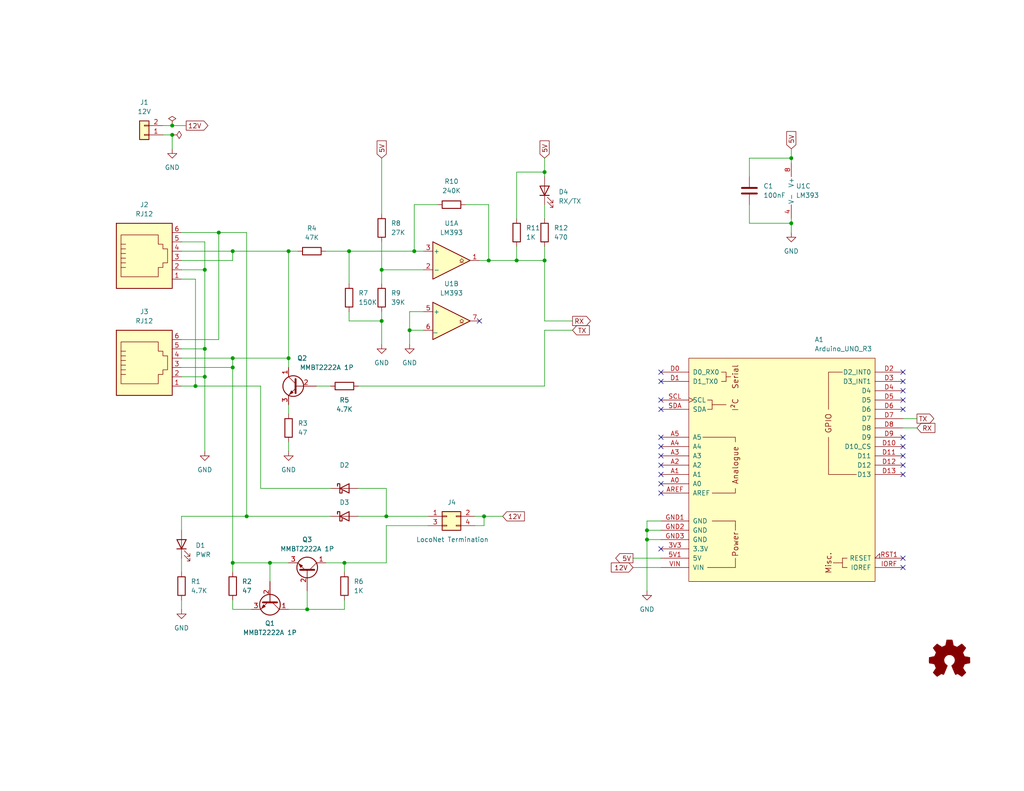
<source format=kicad_sch>
(kicad_sch (version 20211123) (generator eeschema)
  (paper "USLetter")
  (title_block (title "LocoNet Interface") (date "2022-02-14") (rev "A") (company "Wright Train Works"))
  (lib_symbols
    (symbol "Arduino:Arduino_Uno_Shield_WTW" (pin_names (offset 1.016))
      (property "Reference" "XA" (at 2.54 0 90))
      (property "Value" "Arduino_Uno_Shield_WTW" (at -2.54 0 90))
      (symbol "Arduino_Uno_Shield_WTW_0_0"
        (rectangle (start -25.4 30.48) (end 25.4 -30.48) (fill (type background)))
        (rectangle (start -20.32 -26.67) (end -12.7 -26.67))
        (rectangle (start -19.05 -13.97) (end -12.7 -13.97))
        (polyline (pts (xy -19.05 17.78) (xy -15.24 17.78)))
        (polyline (pts (xy -15.24 25.4) (xy -13.97 25.4)))
        (polyline (pts (xy -12.7 -26.67) (xy -12.7 -24.13)))
        (polyline (pts (xy -12.7 -15.24) (xy -12.7 -16.51)))
        (polyline (pts (xy -12.7 -13.97) (xy -12.7 -15.24)))
        (polyline (pts (xy -12.7 -5.08) (xy -12.7 -6.35) (xy -19.05 -6.35)))
        (polyline (pts (xy -12.7 7.62) (xy -12.7 8.89) (xy -21.59 8.89)))
        (polyline (pts (xy 12.7 8.89) (xy 12.7 -1.27) (xy 20.32 -1.27)))
        (polyline (pts (xy 12.7 16.51) (xy 12.7 26.67) (xy 16.51 26.67)))
        (polyline (pts (xy -20.32 19.05) (xy -19.05 19.05) (xy -19.05 16.51) (xy -20.32 16.51)))
        (polyline (pts (xy -16.51 26.67) (xy -15.24 26.67) (xy -15.24 24.13) (xy -16.51 24.13)))
        (rectangle (start 16.51 -25.4) (end 13.97 -25.4))
        (rectangle (start 16.51 -24.13) (end 16.51 -26.67))
        (rectangle (start 17.78 -26.67) (end 16.51 -26.67))
        (rectangle (start 17.78 -24.13) (end 16.51 -24.13))
        (text "Analogue" (at -12.7 1.27 900) (effects (font (size 1.524 1.524))))
        (text "I²C" (at -12.7 17.78 900) (effects (font (size 1.524 1.524))))
        (text "Misc." (at 12.7 -25.4 900) (effects (font (size 1.524 1.524))))
        (text "Power" (at -12.7 -20.32 900) (effects (font (size 1.524 1.524))))
        (text "Serial" (at -12.7 25.4 900) (effects (font (size 1.524 1.524))))
      )
      (symbol "Arduino_Uno_Shield_WTW_1_0"
        (text "GPIO" (at 12.7 12.7 900) (effects (font (size 1.524 1.524))))
      )
      (symbol "Arduino_Uno_Shield_WTW_1_1"
        (pin power_in line (at -33.02 -21.59 0) (length 7.62) (name "3.3V") (number "3V3"))
        (pin power_in line (at -33.02 -24.13 0) (length 7.62) (name "5V") (number "5V1"))
        (pin bidirectional line (at -33.02 -3.81 0) (length 7.62) (name "A0") (number "A0"))
        (pin bidirectional line (at -33.02 -1.27 0) (length 7.62) (name "A1") (number "A1"))
        (pin bidirectional line (at -33.02 1.27 0) (length 7.62) (name "A2") (number "A2"))
        (pin bidirectional line (at -33.02 3.81 0) (length 7.62) (name "A3") (number "A3"))
        (pin bidirectional line (at -33.02 6.35 0) (length 7.62) (name "A4") (number "A4"))
        (pin bidirectional line (at -33.02 8.89 0) (length 7.62) (name "A5") (number "A5"))
        (pin input line (at -33.02 -6.35 0) (length 7.62) (name "AREF") (number "AREF"))
        (pin bidirectional line (at -33.02 26.67 0) (length 7.62) (name "D0_RX0") (number "D0"))
        (pin bidirectional line (at -33.02 24.13 0) (length 7.62) (name "D1_TX0") (number "D1"))
        (pin bidirectional line (at 33.02 6.35 180) (length 7.62) (name "D10_CS") (number "D10"))
        (pin bidirectional line (at 33.02 3.81 180) (length 7.62) (name "D11") (number "D11"))
        (pin bidirectional line (at 33.02 1.27 180) (length 7.62) (name "D12") (number "D12"))
        (pin bidirectional line (at 33.02 -1.27 180) (length 7.62) (name "D13") (number "D13"))
        (pin bidirectional line (at 33.02 26.67 180) (length 7.62) (name "D2_INT0") (number "D2"))
        (pin bidirectional line (at 33.02 24.13 180) (length 7.62) (name "D3_INT1") (number "D3"))
        (pin bidirectional line (at 33.02 21.59 180) (length 7.62) (name "D4") (number "D4"))
        (pin bidirectional line (at 33.02 19.05 180) (length 7.62) (name "D5") (number "D5"))
        (pin bidirectional line (at 33.02 16.51 180) (length 7.62) (name "D6") (number "D6"))
        (pin bidirectional line (at 33.02 13.97 180) (length 7.62) (name "D7") (number "D7"))
        (pin bidirectional line (at 33.02 11.43 180) (length 7.62) (name "D8") (number "D8"))
        (pin bidirectional line (at 33.02 8.89 180) (length 7.62) (name "D9") (number "D9"))
        (pin power_in line (at -33.02 -13.97 0) (length 7.62) (name "GND") (number "GND1"))
        (pin power_in line (at -33.02 -16.51 0) (length 7.62) (name "GND") (number "GND2"))
        (pin power_in line (at -33.02 -19.05 0) (length 7.62) (name "GND") (number "GND3"))
        (pin output line (at 33.02 -26.67 180) (length 7.62) (name "IOREF") (number "IORF"))
        (pin open_collector input_low (at 33.02 -24.13 180) (length 7.62) (name "RESET") (number "RST1"))
        (pin bidirectional clock (at -33.02 19.05 0) (length 7.62) (name "SCL") (number "SCL"))
        (pin bidirectional line (at -33.02 16.51 0) (length 7.62) (name "SDA") (number "SDA"))
        (pin power_in line (at -33.02 -26.67 0) (length 7.62) (name "VIN") (number "VIN"))
      )
    )
    (symbol "Comparator:LM393" (pin_names (offset 0.127))
      (property "Reference" "U" (at 3.81 3.81 0))
      (property "Value" "LM393" (at 6.35 -3.81 0))
      (symbol "LM393_1_1"
        (polyline (pts (xy -5.08 5.08) (xy 5.08 0) (xy -5.08 -5.08) (xy -5.08 5.08)) (stroke (width 0.254)) (fill (type background)))
        (polyline (pts (xy 3.302 -0.508) (xy 2.794 -0.508) (xy 3.302 0) (xy 2.794 0.508) (xy 2.286 0) (xy 2.794 -0.508) (xy 2.286 -0.508)) (stroke (width 0.127)))
        (pin open_collector line (at 7.62 0 180) (length 2.54) (name "~") (number "1"))
        (pin input line (at -7.62 -2.54 0) (length 2.54) (name "-") (number "2"))
        (pin input line (at -7.62 2.54 0) (length 2.54) (name "+") (number "3"))
      )
      (symbol "LM393_2_1"
        (polyline (pts (xy -5.08 5.08) (xy 5.08 0) (xy -5.08 -5.08) (xy -5.08 5.08)) (stroke (width 0.254)) (fill (type background)))
        (polyline (pts (xy 3.302 -0.508) (xy 2.794 -0.508) (xy 3.302 0) (xy 2.794 0.508) (xy 2.286 0) (xy 2.794 -0.508) (xy 2.286 -0.508)) (stroke (width 0.127)))
        (pin input line (at -7.62 2.54 0) (length 2.54) (name "+") (number "5"))
        (pin input line (at -7.62 -2.54 0) (length 2.54) (name "_") (number "6"))
        (pin open_collector line (at 7.62 0 180) (length 2.54) (name "~") (number "7"))
      )
      (symbol "LM393_3_1"
        (pin power_in line (at -2.54 -7.62 90) (length 3.81) (name "V-") (number "4"))
        (pin power_in line (at -2.54 7.62 270) (length 3.81) (name "V+") (number "8"))
      )
    )
    (symbol "Connector:RJ12" (pin_names (offset 1.016))
      (property "Reference" "J" (at -5.08 11.43 0))
      (property "Value" "RJ12" (at 2.54 11.43 0))
      (symbol "RJ12_0_1"
        (polyline (pts (xy -6.35 -1.905) (xy -5.08 -1.905) (xy -5.08 -1.905)))
        (polyline (pts (xy -6.35 -0.635) (xy -5.08 -0.635) (xy -5.08 -0.635)))
        (polyline (pts (xy -6.35 0.635) (xy -5.08 0.635) (xy -5.08 0.635)))
        (polyline (pts (xy -6.35 1.905) (xy -5.08 1.905) (xy -5.08 1.905)))
        (polyline (pts (xy -6.35 3.175) (xy -5.08 3.175) (xy -5.08 3.175)))
        (polyline (pts (xy -5.08 4.445) (xy -6.35 4.445) (xy -6.35 4.445)))
        (polyline (pts (xy -6.35 -4.445) (xy -6.35 6.985) (xy 3.81 6.985) (xy 3.81 4.445) (xy 5.08 4.445) (xy 5.08 3.175) (xy 6.35 3.175) (xy 6.35 -0.635) (xy 5.08 -0.635) (xy 5.08 -1.905) (xy 3.81 -1.905) (xy 3.81 -4.445) (xy -6.35 -4.445) (xy -6.35 -4.445)))
        (rectangle (start 7.62 10.16) (end -7.62 -7.62) (stroke (width 0.254)) (fill (type background)))
      )
      (symbol "RJ12_1_1"
        (pin passive line (at 10.16 -5.08 180) (length 2.54) (name "~") (number "1"))
        (pin passive line (at 10.16 -2.54 180) (length 2.54) (name "~") (number "2"))
        (pin passive line (at 10.16 0 180) (length 2.54) (name "~") (number "3"))
        (pin passive line (at 10.16 2.54 180) (length 2.54) (name "~") (number "4"))
        (pin passive line (at 10.16 5.08 180) (length 2.54) (name "~") (number "5"))
        (pin passive line (at 10.16 7.62 180) (length 2.54) (name "~") (number "6"))
      )
    )
    (symbol "Connector_Generic:Conn_01x02" (pin_names (offset 1.016) hide)
      (property "Reference" "J" (at 0 2.54 0))
      (property "Value" "Conn_01x02" (at 0 -5.08 0))
      (symbol "Conn_01x02_1_1"
        (rectangle (start -1.27 -2.413) (end 0 -2.667) (stroke (width 0.1524)))
        (rectangle (start -1.27 0.127) (end 0 -0.127) (stroke (width 0.1524)))
        (rectangle (start -1.27 1.27) (end 1.27 -3.81) (stroke (width 0.254)) (fill (type background)))
        (pin passive line (at -5.08 0 0) (length 3.81) (name "Pin_1") (number "1"))
        (pin passive line (at -5.08 -2.54 0) (length 3.81) (name "Pin_2") (number "2"))
      )
    )
    (symbol "Connector_Generic:Conn_02x02_Odd_Even" (pin_names (offset 1.016) hide)
      (property "Reference" "J" (at 1.27 2.54 0))
      (property "Value" "Conn_02x02_Odd_Even" (at 1.27 -5.08 0))
      (symbol "Conn_02x02_Odd_Even_1_1"
        (rectangle (start -1.27 -2.413) (end 0 -2.667) (stroke (width 0.1524)))
        (rectangle (start -1.27 0.127) (end 0 -0.127) (stroke (width 0.1524)))
        (rectangle (start -1.27 1.27) (end 3.81 -3.81) (stroke (width 0.254)) (fill (type background)))
        (rectangle (start 3.81 -2.413) (end 2.54 -2.667) (stroke (width 0.1524)))
        (rectangle (start 3.81 0.127) (end 2.54 -0.127) (stroke (width 0.1524)))
        (pin passive line (at -5.08 0 0) (length 3.81) (name "Pin_1") (number "1"))
        (pin passive line (at 7.62 0 180) (length 3.81) (name "Pin_2") (number "2"))
        (pin passive line (at -5.08 -2.54 0) (length 3.81) (name "Pin_3") (number "3"))
        (pin passive line (at 7.62 -2.54 180) (length 3.81) (name "Pin_4") (number "4"))
      )
    )
    (symbol "Device:C" (pin_numbers hide) (pin_names (offset 0.254))
      (property "Reference" "C" (at 0.635 2.54 0))
      (property "Value" "C" (at 0.635 -2.54 0))
      (symbol "C_0_1"
        (polyline (pts (xy -2.032 -0.762) (xy 2.032 -0.762)) (stroke (width 0.508)))
        (polyline (pts (xy -2.032 0.762) (xy 2.032 0.762)) (stroke (width 0.508)))
      )
      (symbol "C_1_1"
        (pin passive line (at 0 3.81 270) (length 2.794) (name "~") (number "1"))
        (pin passive line (at 0 -3.81 90) (length 2.794) (name "~") (number "2"))
      )
    )
    (symbol "Device:D_Schottky" (pin_numbers hide) (pin_names (offset 1.016) hide)
      (property "Reference" "D" (at 0 2.54 0))
      (property "Value" "D_Schottky" (at 0 -2.54 0))
      (symbol "D_Schottky_0_1"
        (polyline (pts (xy 1.27 0) (xy -1.27 0)))
        (polyline (pts (xy 1.27 1.27) (xy 1.27 -1.27) (xy -1.27 0) (xy 1.27 1.27)) (stroke (width 0.254)))
        (polyline (pts (xy -1.905 0.635) (xy -1.905 1.27) (xy -1.27 1.27) (xy -1.27 -1.27) (xy -0.635 -1.27) (xy -0.635 -0.635)) (stroke (width 0.254)))
      )
      (symbol "D_Schottky_1_1"
        (pin passive line (at -3.81 0 0) (length 2.54) (name "K") (number "1"))
        (pin passive line (at 3.81 0 180) (length 2.54) (name "A") (number "2"))
      )
    )
    (symbol "Device:LED" (pin_numbers hide) (pin_names (offset 1.016) hide)
      (property "Reference" "D" (at 0 2.54 0))
      (property "Value" "LED" (at 0 -2.54 0))
      (symbol "LED_0_1"
        (polyline (pts (xy -1.27 -1.27) (xy -1.27 1.27)) (stroke (width 0.254)))
        (polyline (pts (xy -1.27 0) (xy 1.27 0)))
        (polyline (pts (xy 1.27 -1.27) (xy 1.27 1.27) (xy -1.27 0) (xy 1.27 -1.27)) (stroke (width 0.254)))
        (polyline (pts (xy -3.048 -0.762) (xy -4.572 -2.286) (xy -3.81 -2.286) (xy -4.572 -2.286) (xy -4.572 -1.524)))
        (polyline (pts (xy -1.778 -0.762) (xy -3.302 -2.286) (xy -2.54 -2.286) (xy -3.302 -2.286) (xy -3.302 -1.524)))
      )
      (symbol "LED_1_1"
        (pin passive line (at -3.81 0 0) (length 2.54) (name "K") (number "1"))
        (pin passive line (at 3.81 0 180) (length 2.54) (name "A") (number "2"))
      )
    )
    (symbol "Device:Q_NPN_CBE" (pin_names (offset 0) hide)
      (property "Reference" "Q" (at 5.08 1.27 0))
      (property "Value" "Q_NPN_CBE" (at 5.08 -1.27 0))
      (symbol "Q_NPN_CBE_0_1"
        (polyline (pts (xy 0.635 0.635) (xy 2.54 2.54)))
        (polyline (pts (xy 0.635 -0.635) (xy 2.54 -2.54) (xy 2.54 -2.54)))
        (polyline (pts (xy 0.635 1.905) (xy 0.635 -1.905) (xy 0.635 -1.905)) (stroke (width 0.508)))
        (polyline (pts (xy 1.27 -1.778) (xy 1.778 -1.27) (xy 2.286 -2.286) (xy 1.27 -1.778) (xy 1.27 -1.778)) (fill (type outline)))
        (circle (center 1.27 0) (radius 2.8194) (stroke (width 0.254)))
      )
      (symbol "Q_NPN_CBE_1_1"
        (pin passive line (at 2.54 5.08 270) (length 2.54) (name "C") (number "1"))
        (pin input line (at -5.08 0 0) (length 5.715) (name "B") (number "2"))
        (pin passive line (at 2.54 -5.08 90) (length 2.54) (name "E") (number "3"))
      )
    )
    (symbol "Device:R" (pin_numbers hide) (pin_names (offset 0))
      (property "Reference" "R" (at 2.032 0 90))
      (property "Value" "R" (at 0 0 90))
      (symbol "R_0_1"
        (rectangle (start -1.016 -2.54) (end 1.016 2.54) (stroke (width 0.254)))
      )
      (symbol "R_1_1"
        (pin passive line (at 0 3.81 270) (length 1.27) (name "~") (number "1"))
        (pin passive line (at 0 -3.81 90) (length 1.27) (name "~") (number "2"))
      )
    )
    (symbol "Graphic:Logo_Open_Hardware_Small" (pin_names (offset 1.016))
      (symbol "Logo_Open_Hardware_Small_0_1"
        (polyline (pts (xy 3.3528 -4.3434) (xy 3.302 -4.318) (xy 3.175 -4.2418) (xy 2.9972 -4.1148) (xy 2.7686 -3.9624) (xy 2.54 -3.81) (xy 2.3622 -3.7084) (xy 2.2352 -3.6068) (xy 2.1844 -3.5814) (xy 2.159 -3.6068) (xy 2.0574 -3.6576) (xy 1.905 -3.7338) (xy 1.8034 -3.7846) (xy 1.6764 -3.8354) (xy 1.6002 -3.8354) (xy 1.6002 -3.8354) (xy 1.5494 -3.7338) (xy 1.4732 -3.5306) (xy 1.3462 -3.302) (xy 1.2446 -3.0226) (xy 1.1176 -2.7178) (xy 0.9652 -2.413) (xy 0.8636 -2.1082) (xy 0.7366 -1.8288) (xy 0.6604 -1.6256) (xy 0.6096 -1.4732) (xy 0.5842 -1.397) (xy 0.5842 -1.397) (xy 0.6604 -1.3208) (xy 0.7874 -1.2446) (xy 1.0414 -1.016) (xy 1.2954 -0.6858) (xy 1.4478 -0.3302) (xy 1.524 0.0762) (xy 1.4732 0.4572) (xy 1.3208 0.8128) (xy 1.0668 1.143) (xy 0.762 1.3716) (xy 0.4064 1.524) (xy 0 1.5748) (xy -0.381 1.5494) (xy -0.7366 1.397) (xy -1.0668 1.143) (xy -1.2192 0.9906) (xy -1.397 0.6604) (xy -1.524 0.3048) (xy -1.524 0.2286) (xy -1.4986 -0.1778) (xy -1.397 -0.5334) (xy -1.1938 -0.8636) (xy -0.9144 -1.143) (xy -0.8636 -1.1684) (xy -0.7366 -1.27) (xy -0.635 -1.3462) (xy -0.5842 -1.397) (xy -1.0668 -2.5908) (xy -1.143 -2.794) (xy -1.2954 -3.1242) (xy -1.397 -3.4036) (xy -1.4986 -3.6322) (xy -1.5748 -3.7846) (xy -1.6002 -3.8354) (xy -1.6002 -3.8354) (xy -1.651 -3.8354) (xy -1.7272 -3.81) (xy -1.905 -3.7338) (xy -2.0066 -3.683) (xy -2.1336 -3.6068) (xy -2.2098 -3.5814) (xy -2.2606 -3.6068) (xy -2.3622 -3.683) (xy -2.54 -3.81) (xy -2.7686 -3.9624) (xy -2.9718 -4.0894) (xy -3.1496 -4.2164) (xy -3.302 -4.318) (xy -3.3528 -4.3434) (xy -3.3782 -4.3434) (xy -3.429 -4.318) (xy -3.5306 -4.2164) (xy -3.7084 -4.064) (xy -3.937 -3.8354) (xy -3.9624 -3.81) (xy -4.1656 -3.6068) (xy -4.318 -3.4544) (xy -4.4196 -3.3274) (xy -4.445 -3.2766) (xy -4.445 -3.2766) (xy -4.4196 -3.2258) (xy -4.318 -3.0734) (xy -4.2164 -2.8956) (xy -4.064 -2.667) (xy -3.6576 -2.0828) (xy -3.8862 -1.5494) (xy -3.937 -1.3716) (xy -4.0386 -1.1684) (xy -4.0894 -1.0414) (xy -4.1148 -0.9652) (xy -4.191 -0.9398) (xy -4.318 -0.9144) (xy -4.5466 -0.8636) (xy -4.8006 -0.8128) (xy -5.0546 -0.7874) (xy -5.2578 -0.7366) (xy -5.4356 -0.7112) (xy -5.5118 -0.6858) (xy -5.5118 -0.6858) (xy -5.5372 -0.635) (xy -5.5372 -0.5588) (xy -5.5372 -0.4318) (xy -5.5626 -0.2286) (xy -5.5626 0.0762) (xy -5.5626 0.127) (xy -5.5372 0.4064) (xy -5.5372 0.635) (xy -5.5372 0.762) (xy -5.5372 0.8382) (xy -5.5372 0.8382) (xy -5.461 0.8382) (xy -5.3086 0.889) (xy -5.08 0.9144) (xy -4.826 0.9652) (xy -4.8006 0.9906) (xy -4.5466 1.0414) (xy -4.318 1.0668) (xy -4.1656 1.1176) (xy -4.0894 1.143) (xy -4.0894 1.143) (xy -4.0386 1.2446) (xy -3.9624 1.4224) (xy -3.8608 1.6256) (xy -3.7846 1.8288) (xy -3.7084 2.0066) (xy -3.6576 2.159) (xy -3.6322 2.2098) (xy -3.6322 2.2098) (xy -3.683 2.286) (xy -3.7592 2.413) (xy -3.8862 2.5908) (xy -4.064 2.8194) (xy -4.064 2.8448) (xy -4.2164 3.0734) (xy -4.3434 3.2512) (xy -4.4196 3.3782) (xy -4.445 3.4544) (xy -4.445 3.4544) (xy -4.3942 3.5052) (xy -4.2926 3.6322) (xy -4.1148 3.81) (xy -3.937 4.0132) (xy -3.8608 4.064) (xy -3.6576 4.2926) (xy -3.5052 4.4196) (xy -3.4036 4.4958) (xy -3.3528 4.5212) (xy -3.3528 4.5212) (xy -3.302 4.4704) (xy -3.1496 4.3688) (xy -2.9718 4.2418) (xy -2.7432 4.0894) (xy -2.7178 4.0894) (xy -2.4892 3.937) (xy -2.3114 3.81) (xy -2.1844 3.7084) (xy -2.1336 3.683) (xy -2.1082 3.683) (xy -2.032 3.7084) (xy -1.8542 3.7592) (xy -1.6764 3.8354) (xy -1.4732 3.937) (xy -1.27 4.0132) (xy -1.143 4.064) (xy -1.0668 4.1148) (xy -1.0668 4.1148) (xy -1.0414 4.191) (xy -1.016 4.3434) (xy -0.9652 4.572) (xy -0.9144 4.8514) (xy -0.889 4.9022) (xy -0.8382 5.1562) (xy -0.8128 5.3848) (xy -0.7874 5.5372) (xy -0.762 5.588) (xy -0.7112 5.6134) (xy -0.5842 5.6134) (xy -0.4064 5.6134) (xy -0.1524 5.6134) (xy 0.0762 5.6134) (xy 0.3302 5.6134) (xy 0.5334 5.6134) (xy 0.6858 5.588) (xy 0.7366 5.588) (xy 0.7366 5.588) (xy 0.762 5.5118) (xy 0.8128 5.334) (xy 0.8382 5.1054) (xy 0.9144 4.826) (xy 0.9144 4.7752) (xy 0.9652 4.5212) (xy 1.016 4.2926) (xy 1.0414 4.1402) (xy 1.0668 4.0894) (xy 1.0668 4.0894) (xy 1.1938 4.0386) (xy 1.3716 3.9624) (xy 1.5748 3.8608) (xy 2.0828 3.6576) (xy 2.7178 4.0894) (xy 2.7686 4.1402) (xy 2.9972 4.2926) (xy 3.175 4.4196) (xy 3.302 4.4958) (xy 3.3782 4.5212) (xy 3.3782 4.5212) (xy 3.429 4.4704) (xy 3.556 4.3434) (xy 3.7338 4.191) (xy 3.9116 3.9878) (xy 4.064 3.8354) (xy 4.2418 3.6576) (xy 4.3434 3.556) (xy 4.4196 3.4798) (xy 4.4196 3.429) (xy 4.4196 3.4036) (xy 4.3942 3.3274) (xy 4.2926 3.2004) (xy 4.1656 2.9972) (xy 4.0132 2.794) (xy 3.8862 2.5908) (xy 3.7592 2.3876) (xy 3.6576 2.2352) (xy 3.6322 2.159) (xy 3.6322 2.1336) (xy 3.683 2.0066) (xy 3.7592 1.8288) (xy 3.8608 1.6002) (xy 4.064 1.1176) (xy 4.3942 1.0414) (xy 4.5974 1.016) (xy 4.8768 0.9652) (xy 5.1308 0.9144) (xy 5.5372 0.8382) (xy 5.5626 -0.6604) (xy 5.4864 -0.6858) (xy 5.4356 -0.6858) (xy 5.2832 -0.7366) (xy 5.0546 -0.762) (xy 4.8006 -0.8128) (xy 4.5974 -0.8636) (xy 4.3688 -0.9144) (xy 4.2164 -0.9398) (xy 4.1402 -0.9398) (xy 4.1148 -0.9652) (xy 4.064 -1.0668) (xy 3.9878 -1.2446) (xy 3.9116 -1.4478) (xy 3.81 -1.651) (xy 3.7338 -1.8542) (xy 3.683 -2.0066) (xy 3.6576 -2.0828) (xy 3.683 -2.1336) (xy 3.7846 -2.2606) (xy 3.8862 -2.4638) (xy 4.0386 -2.667) (xy 4.191 -2.8956) (xy 4.318 -3.0734) (xy 4.3942 -3.2004) (xy 4.445 -3.2766) (xy 4.4196 -3.3274) (xy 4.3434 -3.429) (xy 4.1656 -3.5814) (xy 3.937 -3.8354) (xy 3.8862 -3.8608) (xy 3.683 -4.064) (xy 3.5306 -4.2164) (xy 3.4036 -4.318) (xy 3.3528 -4.3434)) (fill (type outline)))
      )
    )
    (symbol "power:GND" (power) (pin_names (offset 0))
      (property "Value" "GND" (at 0 -3.81 0))
      (symbol "GND_0_1"
        (polyline (pts (xy 0 0) (xy 0 -1.27) (xy 1.27 -1.27) (xy 0 -2.54) (xy -1.27 -1.27) (xy 0 -1.27)))
      )
      (symbol "GND_1_1"
        (pin power_in line (at 0 0 270) (length 0) hide (name "GND") (number "1"))
      )
    )
    (symbol "power:PWR_FLAG" (power) (pin_numbers hide) (pin_names (offset 0) hide)
      (property "Value" "PWR_FLAG" (at 0 3.81 0))
      (symbol "PWR_FLAG_0_0"
        (pin power_out line (at 0 0 90) (length 0) (name "pwr") (number "1"))
      )
      (symbol "PWR_FLAG_0_1"
        (polyline (pts (xy 0 0) (xy 0 1.27) (xy -1.016 1.905) (xy 0 2.54) (xy 1.016 1.905) (xy 0 1.27)))
      )
    )
  )
  (junction (at 215.9 43.18))
  (junction (at 53.34 105.41))
  (junction (at 63.5 68.58))
  (junction (at 63.5 153.67))
  (junction (at 55.88 95.25))
  (junction (at 176.53 147.32))
  (junction (at 67.31 140.97))
  (junction (at 78.74 97.79))
  (junction (at 83.82 166.37))
  (junction (at 215.9 60.96))
  (junction (at 63.5 100.33))
  (junction (at 104.14 73.66))
  (junction (at 55.88 73.66))
  (junction (at 148.59 71.12))
  (junction (at 140.97 71.12))
  (junction (at 176.53 144.78))
  (junction (at 113.03 68.58))
  (junction (at 55.88 102.87))
  (junction (at 95.25 68.58))
  (junction (at 104.14 87.63))
  (junction (at 46.99 36.83))
  (junction (at 73.66 153.67))
  (junction (at 133.35 71.12))
  (junction (at 132.08 140.97))
  (junction (at 78.74 68.58))
  (junction (at 148.59 46.99))
  (junction (at 105.41 140.97))
  (junction (at 46.99 34.29))
  (junction (at 63.5 97.79))
  (junction (at 59.69 63.5))
  (junction (at 111.76 90.17))
  (junction (at 93.98 153.67))
  (no_connect (at 180.34 132.08))
  (no_connect (at 180.34 129.54))
  (no_connect (at 180.34 127))
  (no_connect (at 180.34 149.86))
  (no_connect (at 180.34 134.62))
  (no_connect (at 180.34 124.46))
  (no_connect (at 180.34 121.92))
  (no_connect (at 180.34 119.38))
  (no_connect (at 130.81 87.63))
  (no_connect (at 180.34 104.14))
  (no_connect (at 180.34 101.6))
  (no_connect (at 246.38 154.94))
  (no_connect (at 246.38 152.4))
  (no_connect (at 180.34 111.76))
  (no_connect (at 180.34 109.22))
  (no_connect (at 246.38 121.92))
  (no_connect (at 246.38 124.46))
  (no_connect (at 246.38 127))
  (no_connect (at 246.38 129.54))
  (no_connect (at 246.38 119.38))
  (no_connect (at 246.38 109.22))
  (no_connect (at 246.38 111.76))
  (no_connect (at 246.38 106.68))
  (no_connect (at 246.38 101.6))
  (no_connect (at 246.38 104.14))
  (wire (pts (xy 204.47 43.18) (xy 215.9 43.18)))
  (wire (pts (xy 49.53 140.97) (xy 67.31 140.97)))
  (wire (pts (xy 97.79 105.41) (xy 148.59 105.41)))
  (wire (pts (xy 97.79 140.97) (xy 105.41 140.97)))
  (wire (pts (xy 49.53 73.66) (xy 55.88 73.66)))
  (wire (pts (xy 133.35 71.12) (xy 140.97 71.12)))
  (wire (pts (xy 113.03 55.88) (xy 113.03 68.58)))
  (wire (pts (xy 53.34 105.41) (xy 53.34 76.2)))
  (wire (pts (xy 148.59 46.99) (xy 148.59 48.26)))
  (wire (pts (xy 148.59 55.88) (xy 148.59 59.69)))
  (wire (pts (xy 78.74 120.65) (xy 78.74 123.19)))
  (wire (pts (xy 63.5 71.12) (xy 63.5 68.58)))
  (wire (pts (xy 148.59 67.31) (xy 148.59 71.12)))
  (wire (pts (xy 111.76 85.09) (xy 111.76 90.17)))
  (wire (pts (xy 104.14 87.63) (xy 104.14 85.09)))
  (wire (pts (xy 68.58 166.37) (xy 63.5 166.37)))
  (wire (pts (xy 215.9 59.69) (xy 215.9 60.96)))
  (wire (pts (xy 49.53 66.04) (xy 55.88 66.04)))
  (wire (pts (xy 49.53 163.83) (xy 49.53 166.37)))
  (wire (pts (xy 67.31 63.5) (xy 59.69 63.5)))
  (wire (pts (xy 67.31 140.97) (xy 90.17 140.97)))
  (wire (pts (xy 44.45 36.83) (xy 46.99 36.83)))
  (wire (pts (xy 53.34 76.2) (xy 49.53 76.2)))
  (wire (pts (xy 63.5 100.33) (xy 63.5 97.79)))
  (wire (pts (xy 176.53 147.32) (xy 180.34 147.32)))
  (wire (pts (xy 132.08 143.51) (xy 132.08 140.97)))
  (wire (pts (xy 67.31 63.5) (xy 67.31 140.97)))
  (wire (pts (xy 111.76 90.17) (xy 115.57 90.17)))
  (wire (pts (xy 78.74 68.58) (xy 78.74 97.79)))
  (wire (pts (xy 49.53 144.78) (xy 49.53 140.97)))
  (wire (pts (xy 215.9 43.18) (xy 215.9 44.45)))
  (wire (pts (xy 104.14 66.04) (xy 104.14 73.66)))
  (wire (pts (xy 105.41 133.35) (xy 105.41 140.97)))
  (wire (pts (xy 148.59 90.17) (xy 156.21 90.17)))
  (wire (pts (xy 93.98 163.83) (xy 93.98 166.37)))
  (wire (pts (xy 130.81 71.12) (xy 133.35 71.12)))
  (wire (pts (xy 129.54 143.51) (xy 132.08 143.51)))
  (wire (pts (xy 104.14 73.66) (xy 115.57 73.66)))
  (wire (pts (xy 140.97 67.31) (xy 140.97 71.12)))
  (wire (pts (xy 133.35 55.88) (xy 133.35 71.12)))
  (wire (pts (xy 49.53 100.33) (xy 63.5 100.33)))
  (wire (pts (xy 95.25 85.09) (xy 95.25 87.63)))
  (wire (pts (xy 46.99 34.29) (xy 50.8 34.29)))
  (wire (pts (xy 104.14 73.66) (xy 104.14 77.47)))
  (wire (pts (xy 140.97 46.99) (xy 148.59 46.99)))
  (wire (pts (xy 55.88 102.87) (xy 55.88 123.19)))
  (wire (pts (xy 140.97 71.12) (xy 148.59 71.12)))
  (wire (pts (xy 104.14 87.63) (xy 104.14 93.98)))
  (wire (pts (xy 113.03 68.58) (xy 115.57 68.58)))
  (wire (pts (xy 115.57 85.09) (xy 111.76 85.09)))
  (wire (pts (xy 105.41 140.97) (xy 116.84 140.97)))
  (wire (pts (xy 116.84 143.51) (xy 105.41 143.51)))
  (wire (pts (xy 204.47 60.96) (xy 215.9 60.96)))
  (wire (pts (xy 119.38 55.88) (xy 113.03 55.88)))
  (wire (pts (xy 95.25 87.63) (xy 104.14 87.63)))
  (wire (pts (xy 140.97 59.69) (xy 140.97 46.99)))
  (wire (pts (xy 78.74 97.79) (xy 78.74 100.33)))
  (wire (pts (xy 172.72 154.94) (xy 180.34 154.94)))
  (wire (pts (xy 95.25 68.58) (xy 113.03 68.58)))
  (wire (pts (xy 71.12 105.41) (xy 53.34 105.41)))
  (wire (pts (xy 132.08 140.97) (xy 137.16 140.97)))
  (wire (pts (xy 111.76 90.17) (xy 111.76 93.98)))
  (wire (pts (xy 105.41 143.51) (xy 105.41 153.67)))
  (wire (pts (xy 59.69 92.71) (xy 59.69 63.5)))
  (wire (pts (xy 63.5 166.37) (xy 63.5 163.83)))
  (wire (pts (xy 246.38 114.3) (xy 250.19 114.3)))
  (wire (pts (xy 204.47 48.26) (xy 204.47 43.18)))
  (wire (pts (xy 78.74 166.37) (xy 83.82 166.37)))
  (wire (pts (xy 148.59 71.12) (xy 148.59 87.63)))
  (wire (pts (xy 78.74 68.58) (xy 81.28 68.58)))
  (wire (pts (xy 73.66 158.75) (xy 73.66 153.67)))
  (wire (pts (xy 63.5 156.21) (xy 63.5 153.67)))
  (wire (pts (xy 105.41 153.67) (xy 93.98 153.67)))
  (wire (pts (xy 49.53 152.4) (xy 49.53 156.21)))
  (wire (pts (xy 104.14 43.18) (xy 104.14 58.42)))
  (wire (pts (xy 83.82 166.37) (xy 83.82 161.29)))
  (wire (pts (xy 46.99 36.83) (xy 46.99 40.64)))
  (wire (pts (xy 55.88 66.04) (xy 55.88 73.66)))
  (wire (pts (xy 172.72 152.4) (xy 180.34 152.4)))
  (wire (pts (xy 215.9 63.5) (xy 215.9 60.96)))
  (wire (pts (xy 59.69 63.5) (xy 49.53 63.5)))
  (wire (pts (xy 176.53 144.78) (xy 176.53 147.32)))
  (wire (pts (xy 215.9 40.64) (xy 215.9 43.18)))
  (wire (pts (xy 63.5 68.58) (xy 78.74 68.58)))
  (wire (pts (xy 156.21 87.63) (xy 148.59 87.63)))
  (wire (pts (xy 88.9 153.67) (xy 93.98 153.67)))
  (wire (pts (xy 86.36 105.41) (xy 90.17 105.41)))
  (wire (pts (xy 73.66 153.67) (xy 78.74 153.67)))
  (wire (pts (xy 148.59 105.41) (xy 148.59 90.17)))
  (wire (pts (xy 63.5 153.67) (xy 73.66 153.67)))
  (wire (pts (xy 148.59 43.18) (xy 148.59 46.99)))
  (wire (pts (xy 71.12 133.35) (xy 71.12 105.41)))
  (wire (pts (xy 55.88 95.25) (xy 55.88 102.87)))
  (wire (pts (xy 129.54 140.97) (xy 132.08 140.97)))
  (wire (pts (xy 49.53 71.12) (xy 63.5 71.12)))
  (wire (pts (xy 88.9 68.58) (xy 95.25 68.58)))
  (wire (pts (xy 176.53 147.32) (xy 176.53 161.29)))
  (wire (pts (xy 49.53 95.25) (xy 55.88 95.25)))
  (wire (pts (xy 49.53 105.41) (xy 53.34 105.41)))
  (wire (pts (xy 95.25 77.47) (xy 95.25 68.58)))
  (wire (pts (xy 90.17 133.35) (xy 71.12 133.35)))
  (wire (pts (xy 49.53 92.71) (xy 59.69 92.71)))
  (wire (pts (xy 93.98 153.67) (xy 93.98 156.21)))
  (wire (pts (xy 63.5 100.33) (xy 63.5 153.67)))
  (wire (pts (xy 93.98 166.37) (xy 83.82 166.37)))
  (wire (pts (xy 49.53 68.58) (xy 63.5 68.58)))
  (wire (pts (xy 49.53 97.79) (xy 63.5 97.79)))
  (wire (pts (xy 49.53 102.87) (xy 55.88 102.87)))
  (wire (pts (xy 246.38 116.84) (xy 250.19 116.84)))
  (wire (pts (xy 180.34 142.24) (xy 176.53 142.24)))
  (wire (pts (xy 204.47 55.88) (xy 204.47 60.96)))
  (wire (pts (xy 97.79 133.35) (xy 105.41 133.35)))
  (wire (pts (xy 127 55.88) (xy 133.35 55.88)))
  (wire (pts (xy 176.53 144.78) (xy 180.34 144.78)))
  (wire (pts (xy 44.45 34.29) (xy 46.99 34.29)))
  (wire (pts (xy 63.5 97.79) (xy 78.74 97.79)))
  (wire (pts (xy 78.74 110.49) (xy 78.74 113.03)))
  (wire (pts (xy 55.88 73.66) (xy 55.88 95.25)))
  (wire (pts (xy 176.53 142.24) (xy 176.53 144.78)))
  (global_label "12V" (shape input) (at 172.72 154.94 180) (property "Intersheet References" "${INTERSHEET_REFS}" (effects hide)))
  (global_label "12V" (shape output) (at 50.8 34.29 0) (property "Intersheet References" "${INTERSHEET_REFS}" (effects hide)))
  (global_label "5V" (shape output) (at 172.72 152.4 180) (property "Intersheet References" "${INTERSHEET_REFS}" (effects hide)))
  (global_label "RX" (shape input) (at 250.19 116.84 0) (property "Intersheet References" "${INTERSHEET_REFS}" (effects hide)))
  (global_label "5V" (shape input) (at 148.59 43.18 90) (property "Intersheet References" "${INTERSHEET_REFS}" (effects hide)))
  (global_label "RX" (shape output) (at 156.21 87.63 0) (property "Intersheet References" "${INTERSHEET_REFS}" (effects hide)))
  (global_label "12V" (shape input) (at 137.16 140.97 0) (property "Intersheet References" "${INTERSHEET_REFS}" (effects hide)))
  (global_label "5V" (shape input) (at 215.9 40.64 90) (property "Intersheet References" "${INTERSHEET_REFS}" (effects hide)))
  (global_label "TX" (shape output) (at 250.19 114.3 0) (property "Intersheet References" "${INTERSHEET_REFS}" (effects hide)))
  (global_label "TX" (shape input) (at 156.21 90.17 0) (property "Intersheet References" "${INTERSHEET_REFS}" (effects hide)))
  (global_label "5V" (shape input) (at 104.14 43.18 90) (property "Intersheet References" "${INTERSHEET_REFS}" (effects hide)))
  (symbol (lib_id "Connector_Generic:Conn_02x02_Odd_Even") (at 121.92 140.97 0) (unit 1)
    (property "Reference" "J4" (at 124.46 137.16 0) (effects (justify right)))
    (property "Value" "LocoNet Termination" (at 133.35 147.32 0) (effects (justify right)))
    (property "Footprint" "Connector_PinHeader_2.54mm:PinHeader_2x02_P2.54mm_Vertical" (effects hide))
  )
  (symbol (lib_id "power:GND") (at 215.9 63.5 0) (unit 1)
    (property "Reference" "#PWR08" (effects hide))
    (property "Value" "GND" (at 215.9 68.58 0))
  )
  (symbol (lib_id "power:GND") (at 46.99 40.64 0) (unit 1)
    (property "Reference" "#PWR01" (effects hide))
    (property "Value" "GND" (at 46.99 45.72 0))
  )
  (symbol (lib_id "Comparator:LM393") (at 123.19 71.12 0) (unit 1)
    (property "Reference" "U1" (at 123.19 60.96 0))
    (property "Value" "LM393" (at 123.19 63.5 0))
    (property "Footprint" "Package_SO:SOIC-8_3.9x4.9mm_P1.27mm" (effects hide))
    (property "Datasheet" "http://www.ti.com/lit/ds/symlink/lm393.pdf" (effects hide))
    (property "JLCPCB" "C7955" (effects hide))
    (property "LCSC" "C7955" (effects hide))
  )
  (symbol (lib_id "Device:R") (at 104.14 62.23 180) (unit 1)
    (property "Reference" "R8" (at 106.68 60.9599 0) (effects (justify right)))
    (property "Value" "27K" (at 106.68 63.4999 0) (effects (justify right)))
    (property "Footprint" "Resistor_SMD:R_0603_1608Metric" (effects hide))
    (property "JLCPCB" "C22967" (effects hide))
    (property "LCSC" "C22967" (effects hide))
  )
  (symbol (lib_id "Device:R") (at 63.5 160.02 180) (unit 1)
    (property "Reference" "R2" (at 66.04 158.7499 0) (effects (justify right)))
    (property "Value" "47" (at 66.04 161.2899 0) (effects (justify right)))
    (property "Footprint" "Resistor_SMD:R_0603_1608Metric" (effects hide))
    (property "JLCPCB" "C23182" (effects hide))
    (property "LCSC" "C23182" (effects hide))
  )
  (symbol (lib_id "Device:Q_NPN_CBE") (at 73.66 163.83 270) (unit 1)
    (property "Reference" "Q1" (at 73.66 170.18 90))
    (property "Value" "MMBT2222A 1P" (at 73.66 172.72 90))
    (property "Footprint" "Package_TO_SOT_SMD:SOT-23" (effects hide))
    (property "JLCPCB" "C8512" (effects hide))
    (property "LCSC" "C8512" (effects hide))
  )
  (symbol (lib_id "Connector_Generic:Conn_01x02") (at 39.37 36.83 180) (unit 1)
    (property "Reference" "J1" (at 39.37 27.94 0))
    (property "Value" "12V" (at 39.37 30.48 0))
    (property "Footprint" "TerminalBlock_Phoenix:TerminalBlock_Phoenix_PT-1,5-2-3.5-H_1x02_P3.50mm_Horizontal" (effects hide))
  )
  (symbol (lib_id "Device:R") (at 85.09 68.58 270) (unit 1)
    (property "Reference" "R4" (at 85.09 62.3217 90))
    (property "Value" "47K" (at 85.09 64.8617 90))
    (property "Footprint" "Resistor_SMD:R_0603_1608Metric" (effects hide))
    (property "JLCPCB" "C25819" (effects hide))
    (property "LCSC" "C25819" (effects hide))
  )
  (symbol (lib_id "Connector:RJ12") (at 39.37 71.12 0) (unit 1)
    (property "Reference" "J2" (at 39.37 55.88 0))
    (property "Value" "RJ12" (at 39.37 58.42 0))
    (property "Footprint" "Connector_RJ:RJ12_Amphenol_54601" (effects hide))
    (property "Digi-Key" "609-4729-ND" (effects hide))
  )
  (symbol (lib_id "power:GND") (at 176.53 161.29 0) (unit 1)
    (property "Reference" "#PWR07" (effects hide))
    (property "Value" "GND" (at 176.53 166.37 0))
  )
  (symbol (lib_id "power:PWR_FLAG") (at 46.99 34.29 0) (unit 1)
    (property "Reference" "#FLG01" (effects hide))
    (property "Value" "PWR_FLAG" (effects hide))
  )
  (symbol (lib_id "Graphic:Logo_Open_Hardware_Small") (at 259.08 180.34 0) (unit 1)
    (property "Reference" "#LOGO1" (effects hide))
    (property "Value" "Logo_Open_Hardware_Small" (effects hide))
  )
  (symbol (lib_id "power:GND") (at 104.14 93.98 0) (unit 1)
    (property "Reference" "#PWR05" (effects hide))
    (property "Value" "GND" (at 104.14 99.06 0))
  )
  (symbol (lib_id "Device:R") (at 104.14 81.28 180) (unit 1)
    (property "Reference" "R9" (at 106.68 80.0099 0) (effects (justify right)))
    (property "Value" "39K" (at 106.68 82.5499 0) (effects (justify right)))
    (property "Footprint" "Resistor_SMD:R_0603_1608Metric" (effects hide))
    (property "JLCPCB" "C23153" (effects hide))
    (property "LCSC" "C23153" (effects hide))
  )
  (symbol (lib_id "power:GND") (at 55.88 123.19 0) (unit 1)
    (property "Reference" "#PWR03" (effects hide))
    (property "Value" "GND" (at 55.88 128.27 0))
  )
  (symbol (lib_id "Device:D_Schottky") (at 93.98 133.35 0) (unit 1)
    (property "Reference" "D2" (at 93.98 127 0))
    (property "Value" "1N5819WS" (effects hide))
    (property "Footprint" "Diode_SMD:D_SOD-323" (effects hide))
    (property "JLCPCB" "C191023" (effects hide))
    (property "LCSC" "C191023" (effects hide))
  )
  (symbol (lib_id "power:GND") (at 111.76 93.98 0) (unit 1)
    (property "Reference" "#PWR06" (effects hide))
    (property "Value" "GND" (at 111.76 99.06 0))
  )
  (symbol (lib_id "Device:R") (at 140.97 63.5 180) (unit 1)
    (property "Reference" "R11" (at 143.51 62.2299 0) (effects (justify right)))
    (property "Value" "1K" (at 143.51 64.7699 0) (effects (justify right)))
    (property "Footprint" "Resistor_SMD:R_0603_1608Metric" (effects hide))
    (property "JLCPCB" "C21190" (effects hide))
    (property "LCSC" "C21190" (effects hide))
  )
  (symbol (lib_id "Device:Q_NPN_CBE") (at 81.28 105.41 0) (mirror y) (unit 1)
    (property "Reference" "Q2" (at 83.82 97.79 0) (effects (justify left)))
    (property "Value" "MMBT2222A 1P" (at 96.52 100.33 0) (effects (justify left)))
    (property "Footprint" "Package_TO_SOT_SMD:SOT-23" (effects hide))
    (property "JLCPCB" "C8512" (effects hide))
    (property "LCSC" "C8512" (effects hide))
  )
  (symbol (lib_id "Device:R") (at 148.59 63.5 180) (unit 1)
    (property "Reference" "R12" (at 151.13 62.2299 0) (effects (justify right)))
    (property "Value" "470" (at 151.13 64.7699 0) (effects (justify right)))
    (property "Footprint" "Resistor_SMD:R_0603_1608Metric" (effects hide))
    (property "JLCPCB" "C23179" (effects hide))
    (property "LCSC" "C23179" (effects hide))
  )
  (symbol (lib_id "Device:R") (at 95.25 81.28 180) (unit 1)
    (property "Reference" "R7" (at 97.79 80.0099 0) (effects (justify right)))
    (property "Value" "150K" (at 97.79 82.5499 0) (effects (justify right)))
    (property "Footprint" "Resistor_SMD:R_0603_1608Metric" (effects hide))
    (property "JLCPCB" "C22807" (effects hide))
    (property "LCSC" "C22807" (effects hide))
  )
  (symbol (lib_id "Device:R") (at 123.19 55.88 270) (unit 1)
    (property "Reference" "R10" (at 123.19 49.53 90))
    (property "Value" "240K" (at 123.19 52.07 90))
    (property "Footprint" "Resistor_SMD:R_0603_1608Metric" (effects hide))
    (property "JLCPCB" "C4197" (effects hide))
    (property "LCSC" "C4197" (effects hide))
  )
  (symbol (lib_id "Device:R") (at 78.74 116.84 180) (unit 1)
    (property "Reference" "R3" (at 81.28 115.5699 0) (effects (justify right)))
    (property "Value" "47" (at 81.28 118.1099 0) (effects (justify right)))
    (property "Footprint" "Resistor_SMD:R_0603_1608Metric" (effects hide))
    (property "JLCPCB" "C23182" (effects hide))
    (property "LCSC" "C23182" (effects hide))
  )
  (symbol (lib_id "Arduino:Arduino_Uno_Shield_WTW") (at 213.36 128.27 0) (unit 1)
    (property "Reference" "A1" (at 222.25 92.71 0) (effects (justify left)))
    (property "Value" "Arduino_UNO_R3" (at 222.25 95.25 0) (effects (justify left)))
    (property "Footprint" "Arduino:Arduino_Uno_Shield" (effects hide))
    (property "Datasheet" "https://www.arduino.cc/en/Main/arduinoBoardUno" (effects hide))
  )
  (symbol (lib_id "Device:R") (at 49.53 160.02 180) (unit 1)
    (property "Reference" "R1" (at 52.07 158.7499 0) (effects (justify right)))
    (property "Value" "4.7K" (at 52.07 161.2899 0) (effects (justify right)))
    (property "Footprint" "Resistor_SMD:R_0603_1608Metric" (effects hide))
    (property "JLCPCB" "C23162" (effects hide))
    (property "LCSC" "C23162" (effects hide))
  )
  (symbol (lib_id "Device:R") (at 93.98 105.41 90) (unit 1)
    (property "Reference" "R5" (at 93.98 109.22 90))
    (property "Value" "4.7K" (at 93.98 111.76 90))
    (property "Footprint" "Resistor_SMD:R_0603_1608Metric" (effects hide))
    (property "JLCPCB" "C23162" (effects hide))
    (property "LCSC" "C23162" (effects hide))
  )
  (symbol (lib_id "Device:R") (at 93.98 160.02 180) (unit 1)
    (property "Reference" "R6" (at 96.52 158.7499 0) (effects (justify right)))
    (property "Value" "1K" (at 96.52 161.2899 0) (effects (justify right)))
    (property "Footprint" "Resistor_SMD:R_0603_1608Metric" (effects hide))
    (property "JLCPCB" "C21190" (effects hide))
    (property "LCSC" "C21190" (effects hide))
  )
  (symbol (lib_id "power:GND") (at 78.74 123.19 0) (unit 1)
    (property "Reference" "#PWR04" (effects hide))
    (property "Value" "GND" (at 78.74 128.27 0))
  )
  (symbol (lib_id "Comparator:LM393") (at 218.44 52.07 0) (unit 3)
    (property "Reference" "U1" (at 217.17 50.7999 0) (effects (justify left)))
    (property "Value" "LM393" (at 217.17 53.3399 0) (effects (justify left)))
    (property "Footprint" "Package_SO:SOIC-8_3.9x4.9mm_P1.27mm" (effects hide))
    (property "Datasheet" "http://www.ti.com/lit/ds/symlink/lm393.pdf" (effects hide))
    (property "JLCPCB" "C7955" (effects hide))
    (property "LCSC" "C7955" (effects hide))
  )
  (symbol (lib_id "Device:Q_NPN_CBE") (at 83.82 156.21 270) (mirror x) (unit 1)
    (property "Reference" "Q3" (at 83.82 147.32 90))
    (property "Value" "MMBT2222A 1P" (at 83.82 149.86 90))
    (property "Footprint" "Package_TO_SOT_SMD:SOT-23" (effects hide))
    (property "JLCPCB" "C8512" (effects hide))
    (property "LCSC" "C8512" (effects hide))
  )
  (symbol (lib_id "power:PWR_FLAG") (at 46.99 36.83 270) (unit 1)
    (property "Reference" "#FLG02" (effects hide))
    (property "Value" "PWR_FLAG" (effects hide))
  )
  (symbol (lib_id "power:GND") (at 49.53 166.37 0) (unit 1)
    (property "Reference" "#PWR02" (effects hide))
    (property "Value" "GND" (at 49.53 171.45 0))
  )
  (symbol (lib_id "Device:LED") (at 49.53 148.59 90) (unit 1)
    (property "Reference" "D1" (at 53.34 148.9074 90) (effects (justify right)))
    (property "Value" "PWR" (at 53.34 151.4474 90) (effects (justify right)))
    (property "Footprint" "LED_SMD:LED_0603_1608Metric" (effects hide))
    (property "JLCPCB" "C2286" (effects hide))
    (property "LCSC" "C2286" (effects hide))
  )
  (symbol (lib_id "Device:C") (at 204.47 52.07 0) (unit 1)
    (property "Reference" "C1" (at 208.28 50.7999 0) (effects (justify left)))
    (property "Value" "100nF" (at 208.28 53.3399 0) (effects (justify left)))
    (property "Footprint" "Capacitor_SMD:C_0603_1608Metric" (effects hide))
    (property "JLCPCB" "C14663" (effects hide))
    (property "LCSC" "C14663" (effects hide))
  )
  (symbol (lib_id "Comparator:LM393") (at 123.19 87.63 0) (unit 2)
    (property "Reference" "U1" (at 123.19 77.47 0))
    (property "Value" "LM393" (at 123.19 80.01 0))
    (property "Footprint" "Package_SO:SOIC-8_3.9x4.9mm_P1.27mm" (effects hide))
    (property "Datasheet" "http://www.ti.com/lit/ds/symlink/lm393.pdf" (effects hide))
    (property "JLCPCB" "C7955" (effects hide))
    (property "LCSC" "C7955" (effects hide))
  )
  (symbol (lib_id "Connector:RJ12") (at 39.37 100.33 0) (unit 1)
    (property "Reference" "J3" (at 39.37 85.09 0))
    (property "Value" "RJ12" (at 39.37 87.63 0))
    (property "Footprint" "Connector_RJ:RJ12_Amphenol_54601" (effects hide))
    (property "Digi-Key" "609-4729-ND" (effects hide))
  )
  (symbol (lib_id "Device:LED") (at 148.59 52.07 90) (unit 1)
    (property "Reference" "D4" (at 152.4 52.3874 90) (effects (justify right)))
    (property "Value" "RX/TX" (at 152.4 54.9274 90) (effects (justify right)))
    (property "Footprint" "LED_SMD:LED_0603_1608Metric" (effects hide))
    (property "JLCPCB" "C2286" (effects hide))
    (property "LCSC" "C2286" (effects hide))
  )
  (symbol (lib_id "Device:D_Schottky") (at 93.98 140.97 0) (unit 1)
    (property "Reference" "D3" (at 93.98 137.16 0))
    (property "Value" "1N5819WS" (effects hide))
    (property "Footprint" "Diode_SMD:D_SOD-323" (effects hide))
    (property "JLCPCB" "C191023" (effects hide))
    (property "LCSC" "C191023" (effects hide))
  )
)
</source>
